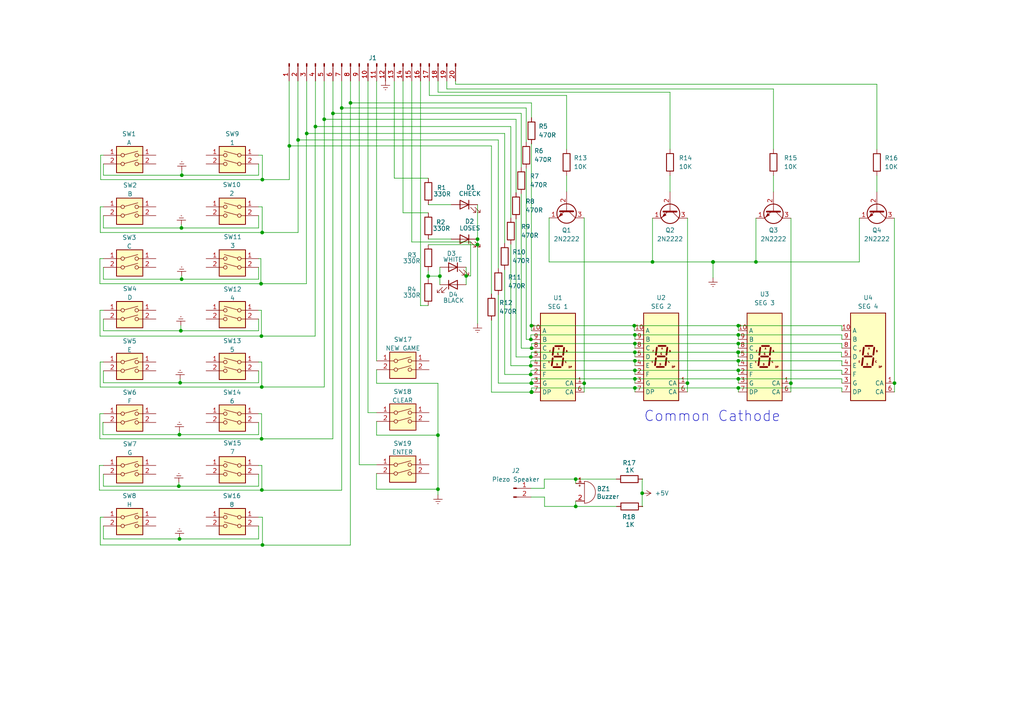
<source format=kicad_sch>
(kicad_sch (version 20230121) (generator eeschema)
  (paper "A4")
  (title_block (title "CHESSmate Membrane") (date "January 15, 2024"))
  (lib_symbols
    (symbol "Connector:Conn_01x02_Pin" (pin_names (offset 1.016) hide)
      (property "Reference" "J" (at 0 2.54 0))
      (property "Value" "Conn_01x02_Pin" (at 0 -5.08 0))
      (symbol "Conn_01x02_Pin_1_1"
        (pin passive line (at 5.08 0 180) (length 3.81) (name "Pin_1") (number "1"))
        (pin passive line (at 5.08 -2.54 180) (length 3.81) (name "Pin_2") (number "2"))
      )
    )
    (symbol "Connector:Conn_01x20_Pin" (pin_names (offset 1.016) hide)
      (property "Reference" "J" (at 0 25.4 0))
      (property "Value" "Conn_01x20_Pin" (at 0 -27.94 0))
      (symbol "Conn_01x20_Pin_1_1"
        (pin passive line (at 5.08 22.86 180) (length 3.81) (name "Pin_1") (number "1"))
        (pin passive line (at 5.08 0 180) (length 3.81) (name "Pin_10") (number "10"))
        (pin passive line (at 5.08 -2.54 180) (length 3.81) (name "Pin_11") (number "11"))
        (pin passive line (at 5.08 -5.08 180) (length 3.81) (name "Pin_12") (number "12"))
        (pin passive line (at 5.08 -7.62 180) (length 3.81) (name "Pin_13") (number "13"))
        (pin passive line (at 5.08 -10.16 180) (length 3.81) (name "Pin_14") (number "14"))
        (pin passive line (at 5.08 -12.7 180) (length 3.81) (name "Pin_15") (number "15"))
        (pin passive line (at 5.08 -15.24 180) (length 3.81) (name "Pin_16") (number "16"))
        (pin passive line (at 5.08 -17.78 180) (length 3.81) (name "Pin_17") (number "17"))
        (pin passive line (at 5.08 -20.32 180) (length 3.81) (name "Pin_18") (number "18"))
        (pin passive line (at 5.08 -22.86 180) (length 3.81) (name "Pin_19") (number "19"))
        (pin passive line (at 5.08 20.32 180) (length 3.81) (name "Pin_2") (number "2"))
        (pin passive line (at 5.08 -25.4 180) (length 3.81) (name "Pin_20") (number "20"))
        (pin passive line (at 5.08 17.78 180) (length 3.81) (name "Pin_3") (number "3"))
        (pin passive line (at 5.08 15.24 180) (length 3.81) (name "Pin_4") (number "4"))
        (pin passive line (at 5.08 12.7 180) (length 3.81) (name "Pin_5") (number "5"))
        (pin passive line (at 5.08 10.16 180) (length 3.81) (name "Pin_6") (number "6"))
        (pin passive line (at 5.08 7.62 180) (length 3.81) (name "Pin_7") (number "7"))
        (pin passive line (at 5.08 5.08 180) (length 3.81) (name "Pin_8") (number "8"))
        (pin passive line (at 5.08 2.54 180) (length 3.81) (name "Pin_9") (number "9"))
      )
    )
    (symbol "Device:Buzzer" (pin_names (offset 0.0254) hide)
      (property "Reference" "BZ" (at 3.81 1.27 0))
      (property "Value" "Buzzer" (at 3.81 -1.27 0))
      (symbol "Buzzer_1_1"
        (pin passive line (at -2.54 2.54 0) (length 2.54) (name "-") (number "1"))
        (pin passive line (at -2.54 -2.54 0) (length 2.54) (name "+") (number "2"))
      )
    )
    (symbol "Device:LED" (pin_numbers hide) (pin_names (offset 1.016) hide)
      (property "Reference" "D" (at 0 2.54 0))
      (property "Value" "LED" (at 0 -2.54 0))
      (symbol "LED_1_1"
        (pin passive line (at -3.81 0 0) (length 2.54) (name "K") (number "1"))
        (pin passive line (at 3.81 0 180) (length 2.54) (name "A") (number "2"))
      )
    )
    (symbol "Device:R" (pin_numbers hide) (pin_names (offset 0))
      (property "Reference" "R" (at 2.032 0 90))
      (property "Value" "R" (at 0 0 90))
      (symbol "R_1_1"
        (pin passive line (at 0 3.81 270) (length 1.27) (name "~") (number "1"))
        (pin passive line (at 0 -3.81 90) (length 1.27) (name "~") (number "2"))
      )
    )
    (symbol "Display_Character:HDSP-A151"
      (property "Reference" "U" (at -3.81 13.97 0))
      (property "Value" "HDSP-A151" (at 6.35 13.97 0))
      (symbol "HDSP-A151_1_0"
        (text "A" (at 0.254 2.413 0) (effects (font (size 0.508 0.508))))
        (text "B" (at 2.54 1.651 0) (effects (font (size 0.508 0.508))))
        (text "C" (at 2.286 -1.397 0) (effects (font (size 0.508 0.508))))
        (text "D" (at -0.254 -2.159 0) (effects (font (size 0.508 0.508))))
        (text "DP" (at 3.556 -2.921 0) (effects (font (size 0.508 0.508))))
        (text "E" (at -2.54 -1.397 0) (effects (font (size 0.508 0.508))))
        (text "F" (at -2.286 1.651 0) (effects (font (size 0.508 0.508))))
        (text "G" (at 0 0.889 0) (effects (font (size 0.508 0.508))))
      )
      (symbol "HDSP-A151_1_1"
        (pin input line (at 7.62 -7.62 180) (length 2.54) (name "CA") (number "1"))
        (pin input line (at -7.62 7.62 0) (length 2.54) (name "A") (number "10"))
        (pin input line (at -7.62 -5.08 0) (length 2.54) (name "F") (number "2"))
        (pin input line (at -7.62 -7.62 0) (length 2.54) (name "G") (number "3"))
        (pin input line (at -7.62 -2.54 0) (length 2.54) (name "E") (number "4"))
        (pin input line (at -7.62 0 0) (length 2.54) (name "D") (number "5"))
        (pin input line (at 7.62 -10.16 180) (length 2.54) (name "CA") (number "6"))
        (pin input line (at -7.62 -10.16 0) (length 2.54) (name "DP") (number "7"))
        (pin input line (at -7.62 2.54 0) (length 2.54) (name "C") (number "8"))
        (pin input line (at -7.62 5.08 0) (length 2.54) (name "B") (number "9"))
      )
    )
    (symbol "SW_DIP_x02_1" (pin_names (offset 0) hide)
      (property "Reference" "SW17" (at 0.0254 8.7376 0))
      (property "Value" "NEW GAME" (at 0.0254 6.1976 0))
      (symbol "SW_DIP_x02_1_1_1"
        (pin passive line (at -7.62 2.54 0) (length 5.08) (name "~") (number "1"))
        (pin passive line (at 7.62 2.54 180) (length 5.08) (name "~") (number "1"))
        (pin passive line (at -7.62 0 0) (length 5.08) (name "~") (number "2"))
        (pin passive line (at 7.62 0 180) (length 5.08) (name "~") (number "2"))
      )
    )
    (symbol "SW_DIP_x02_10" (pin_names (offset 0) hide)
      (property "Reference" "SW4" (at 0.0508 8.7884 0))
      (property "Value" "D" (at 0.0508 6.2484 0))
      (symbol "SW_DIP_x02_10_1_1"
        (pin passive line (at -7.62 2.54 0) (length 5.08) (name "~") (number "1"))
        (pin passive line (at 7.62 2.54 180) (length 5.08) (name "~") (number "1"))
        (pin passive line (at -7.62 0 0) (length 5.08) (name "~") (number "2"))
        (pin passive line (at 7.62 0 180) (length 5.08) (name "~") (number "2"))
      )
    )
    (symbol "SW_DIP_x02_11" (pin_names (offset 0) hide)
      (property "Reference" "SW12" (at -0.0508 8.636 0))
      (property "Value" "4" (at -0.0508 6.096 0))
      (symbol "SW_DIP_x02_11_1_1"
        (pin passive line (at -7.62 2.54 0) (length 5.08) (name "~") (number "1"))
        (pin passive line (at 7.62 2.54 180) (length 5.08) (name "~") (number "1"))
        (pin passive line (at -7.62 0 0) (length 5.08) (name "~") (number "2"))
        (pin passive line (at 7.62 0 180) (length 5.08) (name "~") (number "2"))
      )
    )
    (symbol "SW_DIP_x02_12" (pin_names (offset 0) hide)
      (property "Reference" "SW5" (at -0.0254 8.6106 0))
      (property "Value" "E" (at -0.0254 6.0706 0))
      (symbol "SW_DIP_x02_12_1_1"
        (pin passive line (at -7.62 2.54 0) (length 5.08) (name "~") (number "1"))
        (pin passive line (at 7.62 2.54 180) (length 5.08) (name "~") (number "1"))
        (pin passive line (at -7.62 0 0) (length 5.08) (name "~") (number "2"))
        (pin passive line (at 7.62 0 180) (length 5.08) (name "~") (number "2"))
      )
    )
    (symbol "SW_DIP_x02_13" (pin_names (offset 0) hide)
      (property "Reference" "SW13" (at 0.0254 8.6868 0))
      (property "Value" "5" (at 0.0254 6.1468 0))
      (symbol "SW_DIP_x02_13_1_1"
        (pin passive line (at -7.62 2.54 0) (length 5.08) (name "~") (number "1"))
        (pin passive line (at 7.62 2.54 180) (length 5.08) (name "~") (number "1"))
        (pin passive line (at -7.62 0 0) (length 5.08) (name "~") (number "2"))
        (pin passive line (at 7.62 0 180) (length 5.08) (name "~") (number "2"))
      )
    )
    (symbol "SW_DIP_x02_14" (pin_names (offset 0) hide)
      (property "Reference" "SW6" (at 0 8.7122 0))
      (property "Value" "F" (at 0 6.1722 0))
      (symbol "SW_DIP_x02_14_1_1"
        (pin passive line (at -7.62 2.54 0) (length 5.08) (name "~") (number "1"))
        (pin passive line (at 7.62 2.54 180) (length 5.08) (name "~") (number "1"))
        (pin passive line (at -7.62 0 0) (length 5.08) (name "~") (number "2"))
        (pin passive line (at 7.62 0 180) (length 5.08) (name "~") (number "2"))
      )
    )
    (symbol "SW_DIP_x02_15" (pin_names (offset 0) hide)
      (property "Reference" "SW14" (at 0.0508 8.7122 0))
      (property "Value" "6" (at 0.0508 6.1722 0))
      (symbol "SW_DIP_x02_15_1_1"
        (pin passive line (at -7.62 2.54 0) (length 5.08) (name "~") (number "1"))
        (pin passive line (at 7.62 2.54 180) (length 5.08) (name "~") (number "1"))
        (pin passive line (at -7.62 0 0) (length 5.08) (name "~") (number "2"))
        (pin passive line (at 7.62 0 180) (length 5.08) (name "~") (number "2"))
      )
    )
    (symbol "SW_DIP_x02_16" (pin_names (offset 0) hide)
      (property "Reference" "SW7" (at 0.0508 8.763 0))
      (property "Value" "G" (at 0.0508 6.223 0))
      (symbol "SW_DIP_x02_16_1_1"
        (pin passive line (at -7.62 2.54 0) (length 5.08) (name "~") (number "1"))
        (pin passive line (at 7.62 2.54 180) (length 5.08) (name "~") (number "1"))
        (pin passive line (at -7.62 0 0) (length 5.08) (name "~") (number "2"))
        (pin passive line (at 7.62 0 180) (length 5.08) (name "~") (number "2"))
      )
    )
    (symbol "SW_DIP_x02_17" (pin_names (offset 0) hide)
      (property "Reference" "SW15" (at -0.0254 9.0424 0))
      (property "Value" "7" (at -0.0254 6.5024 0))
      (symbol "SW_DIP_x02_17_1_1"
        (pin passive line (at -7.62 2.54 0) (length 5.08) (name "~") (number "1"))
        (pin passive line (at 7.62 2.54 180) (length 5.08) (name "~") (number "1"))
        (pin passive line (at -7.62 0 0) (length 5.08) (name "~") (number "2"))
        (pin passive line (at 7.62 0 180) (length 5.08) (name "~") (number "2"))
      )
    )
    (symbol "SW_DIP_x02_18" (pin_names (offset 0) hide)
      (property "Reference" "SW8" (at -0.0762 8.7376 0))
      (property "Value" "H" (at -0.0762 6.1976 0))
      (symbol "SW_DIP_x02_18_1_1"
        (pin passive line (at -7.62 2.54 0) (length 5.08) (name "~") (number "1"))
        (pin passive line (at 7.62 2.54 180) (length 5.08) (name "~") (number "1"))
        (pin passive line (at -7.62 0 0) (length 5.08) (name "~") (number "2"))
        (pin passive line (at 7.62 0 180) (length 5.08) (name "~") (number "2"))
      )
    )
    (symbol "SW_DIP_x02_2" (pin_names (offset 0) hide)
      (property "Reference" "SW18" (at -0.0762 8.636 0))
      (property "Value" "CLEAR" (at -0.0762 6.096 0))
      (symbol "SW_DIP_x02_2_1_1"
        (pin passive line (at -7.62 2.54 0) (length 5.08) (name "~") (number "1"))
        (pin passive line (at 7.62 2.54 180) (length 5.08) (name "~") (number "1"))
        (pin passive line (at -7.62 0 0) (length 5.08) (name "~") (number "2"))
        (pin passive line (at 7.62 0 180) (length 5.08) (name "~") (number "2"))
      )
    )
    (symbol "SW_DIP_x02_3" (pin_names (offset 0) hide)
      (property "Reference" "SW19" (at -0.0508 8.7122 0))
      (property "Value" "ENTER" (at -0.0508 6.1722 0))
      (symbol "SW_DIP_x02_3_1_1"
        (pin passive line (at -7.62 2.54 0) (length 5.08) (name "~") (number "1"))
        (pin passive line (at 7.62 2.54 180) (length 5.08) (name "~") (number "1"))
        (pin passive line (at -7.62 0 0) (length 5.08) (name "~") (number "2"))
        (pin passive line (at 7.62 0 180) (length 5.08) (name "~") (number "2"))
      )
    )
    (symbol "SW_DIP_x02_4" (pin_names (offset 0) hide)
      (property "Reference" "SW1" (at -0.1778 8.7122 0))
      (property "Value" "A" (at -0.1778 6.1722 0))
      (symbol "SW_DIP_x02_4_1_1"
        (pin passive line (at -7.62 2.54 0) (length 5.08) (name "~") (number "1"))
        (pin passive line (at 7.62 2.54 180) (length 5.08) (name "~") (number "1"))
        (pin passive line (at -7.62 0 0) (length 5.08) (name "~") (number "2"))
        (pin passive line (at 7.62 0 180) (length 5.08) (name "~") (number "2"))
      )
    )
    (symbol "SW_DIP_x02_5" (pin_names (offset 0) hide)
      (property "Reference" "SW9" (at 0 8.7122 0))
      (property "Value" "1" (at 0 6.1722 0))
      (symbol "SW_DIP_x02_5_1_1"
        (pin passive line (at -7.62 2.54 0) (length 5.08) (name "~") (number "1"))
        (pin passive line (at 7.62 2.54 180) (length 5.08) (name "~") (number "1"))
        (pin passive line (at 7.62 0 180) (length 5.08) (name "`") (number "2"))
        (pin passive line (at -7.62 0 0) (length 5.08) (name "~") (number "2"))
      )
    )
    (symbol "SW_DIP_x02_6" (pin_names (offset 0) hide)
      (property "Reference" "SW2" (at 0.1016 8.8138 0))
      (property "Value" "B" (at 0.1016 6.2738 0))
      (symbol "SW_DIP_x02_6_1_1"
        (pin passive line (at -7.62 2.54 0) (length 5.08) (name "~") (number "1"))
        (pin passive line (at 7.62 2.54 180) (length 5.08) (name "~") (number "1"))
        (pin passive line (at -7.62 0 0) (length 5.08) (name "~") (number "2"))
        (pin passive line (at 7.62 0 180) (length 5.08) (name "~") (number "2"))
      )
    )
    (symbol "SW_DIP_x02_7" (pin_names (offset 0) hide)
      (property "Reference" "SW10" (at 0.1524 8.9662 0))
      (property "Value" "2" (at 0.1524 6.4262 0))
      (symbol "SW_DIP_x02_7_1_1"
        (pin passive line (at -7.62 2.54 0) (length 5.08) (name "~") (number "1"))
        (pin passive line (at 7.62 2.54 180) (length 5.08) (name "~") (number "1"))
        (pin passive line (at -7.62 0 0) (length 5.08) (name "~") (number "2"))
        (pin passive line (at 7.62 0 180) (length 5.08) (name "~") (number "2"))
      )
    )
    (symbol "SW_DIP_x02_8" (pin_names (offset 0) hide)
      (property "Reference" "SW3" (at -0.1016 8.6614 0))
      (property "Value" "C" (at -0.1016 6.1214 0))
      (symbol "SW_DIP_x02_8_1_1"
        (pin passive line (at -7.62 2.54 0) (length 5.08) (name "~") (number "1"))
        (pin passive line (at 7.62 2.54 180) (length 5.08) (name "~") (number "1"))
        (pin passive line (at -7.62 0 0) (length 5.08) (name "~") (number "2"))
        (pin passive line (at 7.62 0 180) (length 5.08) (name "~") (number "2"))
      )
    )
    (symbol "SW_DIP_x02_9" (pin_names (offset 0) hide)
      (property "Reference" "SW11" (at -0.1016 8.8392 0))
      (property "Value" "3" (at -0.1016 6.2992 0))
      (symbol "SW_DIP_x02_9_1_1"
        (pin passive line (at -7.62 2.54 0) (length 5.08) (name "~") (number "1"))
        (pin passive line (at 7.62 2.54 180) (length 5.08) (name "~") (number "1"))
        (pin passive line (at -7.62 0 0) (length 5.08) (name "~") (number "2"))
        (pin passive line (at 7.62 0 180) (length 5.08) (name "~") (number "2"))
      )
    )
    (symbol "Switch:SW_DIP_x02" (pin_names (offset 0) hide)
      (property "Reference" "SW16" (at 0.127 8.7376 0))
      (property "Value" "8" (at 0.127 6.1976 0))
      (symbol "SW_DIP_x02_1_1"
        (pin passive line (at -7.62 2.54 0) (length 5.08) (name "~") (number "1"))
        (pin passive line (at 7.62 2.54 180) (length 5.08) (name "~") (number "1"))
        (pin passive line (at -7.62 0 0) (length 5.08) (name "~") (number "2"))
        (pin passive line (at 7.62 0 180) (length 5.08) (name "~") (number "2"))
      )
    )
    (symbol "Transistor_BJT:PN2222A" (pin_names (offset 0) hide)
      (property "Reference" "Q" (at 5.08 1.905 0))
      (property "Value" "PN2222A" (at 5.08 0 0))
      (symbol "PN2222A_1_1"
        (pin passive line (at 2.54 -5.08 90) (length 2.54) (name "E") (number "1"))
        (pin input line (at -5.08 0 0) (length 5.08) (name "B") (number "2"))
        (pin passive line (at 2.54 5.08 270) (length 2.54) (name "C") (number "3"))
      )
    )
    (symbol "power:+5V" (power) (pin_names (offset 0))
      (property "Value" "+5V" (at 0 3.556 0))
      (symbol "+5V_1_1"
        (pin power_in line (at 0 0 90) (length 0) hide (name "+5V") (number "1"))
      )
    )
    (symbol "power:GNDREF" (power) (pin_names (offset 0))
      (property "Value" "GNDREF" (at 0 -3.81 0))
      (symbol "GNDREF_1_1"
        (pin power_in line (at 0 0 270) (length 0) hide (name "GNDREF") (number "1"))
      )
    )
  )
  (junction (at 154.1272 94.4626))
  (junction (at 101.6508 29.845))
  (junction (at 135.2042 80.0354))
  (junction (at 154.1526 111.1504))
  (junction (at 52.6288 66.1162))
  (junction (at 184.15 97.1296))
  (junction (at 214.1474 102.1588))
  (junction (at 75.9206 112.2426))
  (junction (at 127.0254 126.2126))
  (junction (at 206.8068 75.9714))
  (junction (at 154.1474 111.125))
  (junction (at 154.178 100.9904))
  (junction (at 75.946 142.113))
  (junction (at 154.1728 113.7412))
  (junction (at 169.4434 111.1758))
  (junction (at 199.39 111.125))
  (junction (at 184.15 112.522))
  (junction (at 214.1474 99.6442))
  (junction (at 52.2478 111.0234))
  (junction (at 83.9216 42.3164))
  (junction (at 138.5062 69.3674))
  (junction (at 214.1474 112.522))
  (junction (at 52.6796 80.9752))
  (junction (at 75.819 97.4852))
  (junction (at 219.2528 75.9714))
  (junction (at 154.1526 113.7412))
  (junction (at 214.0712 102.1588))
  (junction (at 184.15 102.1588))
  (junction (at 86.4616 40.5892))
  (junction (at 76.0476 67.437))
  (junction (at 259.4356 111.125))
  (junction (at 138.5062 70.9676))
  (junction (at 76.0984 52.0954))
  (junction (at 52.7304 50.8254))
  (junction (at 166.9796 146.8882))
  (junction (at 189.2554 75.9714))
  (junction (at 153.9748 98.4504))
  (junction (at 91.4908 36.703))
  (junction (at 214.1474 109.8804))
  (junction (at 184.15 109.8804))
  (junction (at 76.1238 158.0642))
  (junction (at 153.9494 106.0704))
  (junction (at 229.3874 111.1504))
  (junction (at 99.1108 31.3182))
  (junction (at 96.5708 32.893))
  (junction (at 214.1474 104.648))
  (junction (at 214.1474 94.4626))
  (junction (at 184.15 107.4166))
  (junction (at 154.1728 113.6904))
  (junction (at 214.1474 97.1296))
  (junction (at 75.7174 82.296))
  (junction (at 184.15 104.648))
  (junction (at 94.0308 34.5948))
  (junction (at 184.15 99.6442))
  (junction (at 154.1018 111.125))
  (junction (at 88.9508 38.7096))
  (junction (at 52.451 95.9358))
  (junction (at 186.2582 143.0528))
  (junction (at 206.8068 75.9968))
  (junction (at 51.8668 141.0208))
  (junction (at 127.5842 80.0862))
  (junction (at 183.9722 94.4626))
  (junction (at 52.0446 126.0602))
  (junction (at 214.1474 107.4166))
  (junction (at 153.924 108.6104))
  (junction (at 127.0254 141.8844))
  (junction (at 52.07 156.3116))
  (junction (at 154.1526 113.6904))
  (junction (at 166.9796 138.9634))
  (junction (at 124.206 80.0862))
  (junction (at 153.9748 103.5304))
  (junction (at 75.8698 127.2794))
  (wire (pts (xy 214.1474 97.1296) (xy 214.1474 98.4504)))
  (wire (pts (xy 29.9974 77.5462) (xy 29.9974 80.9752)))
  (wire (pts (xy 199.39 111.125) (xy 199.4154 111.125)))
  (wire (pts (xy 121.9708 23.495) (xy 121.9708 88.646)))
  (wire (pts (xy 75.0062 45.0088) (xy 76.0984 45.0088)))
  (wire (pts (xy 151.2062 100.9904) (xy 154.178 100.9904)))
  (wire (pts (xy 52.451 95.9358) (xy 75.0062 95.9358)))
  (wire (pts (xy 83.9216 42.3164) (xy 142.5448 42.3164)))
  (wire (pts (xy 244.1702 112.522) (xy 244.1702 113.665)))
  (wire (pts (xy 219.2528 63.2766) (xy 219.2528 75.9714)))
  (wire (pts (xy 194.3354 26.7462) (xy 194.3354 43.2766)))
  (wire (pts (xy 244.1702 94.4626) (xy 244.1702 95.885)))
  (wire (pts (xy 94.0562 34.7472) (xy 94.0562 112.2426)))
  (wire (pts (xy 116.8908 61.722) (xy 116.8908 23.495)))
  (wire (pts (xy 229.3874 113.6904) (xy 229.3874 111.1504)))
  (wire (pts (xy 154.1526 113.7412) (xy 154.1526 113.6904)))
  (wire (pts (xy 121.9962 88.6206) (xy 124.206 88.6206)))
  (wire (pts (xy 29.083 59.9948) (xy 29.9974 59.9948)))
  (wire (pts (xy 75.0062 95.9358) (xy 75.0062 92.5322)))
  (wire (pts (xy 214.1474 99.6442) (xy 214.1474 100.9904)))
  (wire (pts (xy 164.338 43.2816) (xy 164.338 27.686)))
  (wire (pts (xy 157.861 138.9634) (xy 157.861 141.6558)))
  (wire (pts (xy 124.5108 23.495) (xy 124.5108 27.686)))
  (wire (pts (xy 214.1474 113.6904) (xy 214.1474 112.522)))
  (wire (pts (xy 28.9814 75.0062) (xy 29.9974 75.0062)))
  (wire (pts (xy 154.0002 108.6104) (xy 153.924 108.6104)))
  (wire (pts (xy 114.3762 51.6128) (xy 114.3508 51.6128)))
  (wire (pts (xy 104.1908 23.495) (xy 104.1908 134.7978)))
  (wire (pts (xy 29.9974 50.8254) (xy 52.7304 50.8254)))
  (wire (pts (xy 146.3802 78.1812) (xy 146.3802 108.6104)))
  (wire (pts (xy 152.6286 98.4504) (xy 153.9748 98.4504)))
  (wire (pts (xy 152.6286 31.3182) (xy 152.6286 41.2242)))
  (wire (pts (xy 101.6508 29.8958) (xy 101.6508 29.845)))
  (wire (pts (xy 29.0576 105.029) (xy 29.083 105.029)))
  (wire (pts (xy 214.0712 102.1588) (xy 214.0712 103.5304)))
  (wire (pts (xy 124.206 80.0862) (xy 124.206 81.0006)))
  (wire (pts (xy 184.15 112.522) (xy 184.15 113.665)))
  (wire (pts (xy 132.1308 24.4348) (xy 254.3302 24.4348)))
  (wire (pts (xy 142.5448 113.7412) (xy 154.1526 113.7412)))
  (wire (pts (xy 154.1728 113.7412) (xy 154.1728 113.6904)))
  (wire (pts (xy 29.083 105.029) (xy 29.083 105.0036)))
  (wire (pts (xy 154.0256 98.4758) (xy 154.0256 98.4504)))
  (wire (pts (xy 149.6822 63.5) (xy 149.6822 103.5304)))
  (wire (pts (xy 86.4616 40.5892) (xy 144.526 40.5892)))
  (wire (pts (xy 206.8068 75.9714) (xy 206.8068 75.9968)))
  (wire (pts (xy 136.4996 70.1802) (xy 136.4996 80.0354)))
  (wire (pts (xy 101.6254 29.8958) (xy 101.6254 158.115)))
  (wire (pts (xy 52.7304 50.8254) (xy 75.0062 50.8254)))
  (wire (pts (xy 99.1108 31.3182) (xy 99.0346 31.3182)))
  (wire (pts (xy 244.1956 104.648) (xy 244.1956 104.7242)))
  (wire (pts (xy 154.2034 108.6358) (xy 153.924 108.6358)))
  (wire (pts (xy 214.1474 97.1296) (xy 244.1702 97.1296)))
  (wire (pts (xy 144.526 85.4964) (xy 144.526 111.125)))
  (wire (pts (xy 109.1946 137.3378) (xy 109.1946 141.8844)))
  (wire (pts (xy 124.2314 59.3598) (xy 130.8862 59.3598)))
  (wire (pts (xy 186.2582 138.938) (xy 186.2582 143.0528)))
  (wire (pts (xy 91.4908 36.703) (xy 148.1582 36.703)))
  (wire (pts (xy 29.9974 156.3116) (xy 52.07 156.3116)))
  (wire (pts (xy 88.8746 38.7096) (xy 88.9508 38.7096)))
  (wire (pts (xy 199.4154 111.125) (xy 199.4154 63.2714)))
  (wire (pts (xy 29.9974 152.5524) (xy 29.9974 156.3116)))
  (wire (pts (xy 29.845 126.0602) (xy 29.845 122.5296)))
  (wire (pts (xy 154.2034 98.4758) (xy 154.0256 98.4758)))
  (wire (pts (xy 186.2582 138.938) (xy 186.3344 138.938)))
  (wire (pts (xy 96.5962 32.893) (xy 96.5962 32.8676)))
  (wire (pts (xy 157.861 138.9634) (xy 166.9796 138.9634)))
  (wire (pts (xy 109.22 23.495) (xy 109.2708 23.495)))
  (wire (pts (xy 154.1474 111.125) (xy 154.1526 111.125)))
  (wire (pts (xy 127.0508 26.7462) (xy 194.3354 26.7462)))
  (wire (pts (xy 166.9796 138.9634) (xy 166.9796 140.2334)))
  (wire (pts (xy 224.3324 50.8966) (xy 224.3328 55.6566)))
  (wire (pts (xy 229.4128 111.1504) (xy 229.3874 111.1504)))
  (wire (pts (xy 106.7308 23.495) (xy 106.7308 119.6848)))
  (wire (pts (xy 29.083 67.437) (xy 76.0476 67.437)))
  (wire (pts (xy 224.3328 25.8064) (xy 224.3324 43.2766)))
  (wire (pts (xy 124.206 78.5876) (xy 124.206 80.0862)))
  (wire (pts (xy 29.083 59.9948) (xy 29.083 67.437)))
  (wire (pts (xy 29.0068 97.4852) (xy 75.819 97.4852)))
  (wire (pts (xy 154.1526 111.125) (xy 154.1526 111.1504)))
  (wire (pts (xy 244.1702 99.6188) (xy 244.1702 100.965)))
  (wire (pts (xy 178.7398 138.9634) (xy 166.9796 138.9634)))
  (wire (pts (xy 109.22 111.1758) (xy 127.0254 111.1758)))
  (wire (pts (xy 119.4054 70.1802) (xy 136.4996 70.1802)))
  (wire (pts (xy 88.8746 38.7096) (xy 88.8746 82.296)))
  (wire (pts (xy 29.083 150.0124) (xy 29.083 158.0642)))
  (wire (pts (xy 244.0686 103.505) (xy 244.0686 102.1588)))
  (wire (pts (xy 169.4434 63.1952) (xy 169.4434 111.1758)))
  (wire (pts (xy 127.0508 23.495) (xy 127.0508 26.7462)))
  (wire (pts (xy 99.1108 23.495) (xy 99.1108 31.3182)))
  (wire (pts (xy 154.1018 103.5304) (xy 153.9748 103.5304)))
  (wire (pts (xy 214.1474 94.4626) (xy 244.1702 94.4626)))
  (wire (pts (xy 138.5062 69.3674) (xy 138.5062 70.9676)))
  (wire (pts (xy 29.1846 45.0088) (xy 29.9974 45.0088)))
  (wire (pts (xy 151.1808 100.965) (xy 151.2062 100.965)))
  (wire (pts (xy 127.0254 126.2126) (xy 127.0254 141.8844)))
  (wire (pts (xy 186.4106 146.9136) (xy 186.4106 146.8882)))
  (wire (pts (xy 76.0476 59.9948) (xy 76.0476 67.437)))
  (wire (pts (xy 142.5448 42.3164) (xy 142.5448 85.2678)))
  (wire (pts (xy 164.338 27.686) (xy 124.5108 27.686)))
  (wire (pts (xy 124.206 70.9676) (xy 138.5062 70.9676)))
  (wire (pts (xy 94.0308 23.495) (xy 94.0308 34.5948)))
  (wire (pts (xy 154.2034 95.9358) (xy 154.1272 95.9358)))
  (wire (pts (xy 154.0002 107.4166) (xy 154.0002 108.6104)))
  (wire (pts (xy 244.1702 109.8804) (xy 244.1702 111.125)))
  (wire (pts (xy 244.1702 103.505) (xy 244.0686 103.505)))
  (wire (pts (xy 244.1702 97.1296) (xy 244.1702 98.425)))
  (wire (pts (xy 214.1474 104.648) (xy 214.1474 106.0704)))
  (wire (pts (xy 199.39 111.125) (xy 199.39 113.665)))
  (wire (pts (xy 121.9962 88.646) (xy 121.9962 88.6206)))
  (wire (pts (xy 52.2478 111.0234) (xy 75.0062 111.0234)))
  (wire (pts (xy 94.0562 34.7472) (xy 94.0308 34.7472)))
  (wire (pts (xy 96.5454 32.893) (xy 96.5708 32.893)))
  (wire (pts (xy 214.1474 109.8804) (xy 244.1702 109.8804)))
  (wire (pts (xy 29.0576 112.268) (xy 75.9206 112.268)))
  (wire (pts (xy 96.5708 32.893) (xy 96.5962 32.893)))
  (wire (pts (xy 28.9814 82.296) (xy 75.7174 82.296)))
  (wire (pts (xy 106.7308 119.6848) (xy 109.22 119.6848)))
  (wire (pts (xy 29.9974 107.5436) (xy 29.9974 111.0234)))
  (wire (pts (xy 130.8862 69.342) (xy 130.8862 69.3674)))
  (wire (pts (xy 75.946 135.001) (xy 75.946 142.113)))
  (wire (pts (xy 114.3508 51.6128) (xy 114.3508 23.495)))
  (wire (pts (xy 152.6286 48.8442) (xy 152.6286 98.4504)))
  (wire (pts (xy 99.1108 31.3182) (xy 152.6286 31.3182)))
  (wire (pts (xy 146.3802 108.6104) (xy 153.924 108.6104)))
  (wire (pts (xy 154.1526 113.6904) (xy 154.1728 113.6904)))
  (wire (pts (xy 214.1474 99.6442) (xy 244.1448 99.6442)))
  (wire (pts (xy 88.9508 23.495) (xy 88.9508 38.7096)))
  (wire (pts (xy 129.5908 25.8064) (xy 224.3328 25.8064)))
  (wire (pts (xy 101.6254 29.8958) (xy 101.6508 29.8958)))
  (wire (pts (xy 127.5842 80.0862) (xy 127.5842 82.5754)))
  (wire (pts (xy 75.9206 112.268) (xy 75.9206 112.2426)))
  (wire (pts (xy 75.7174 82.3214) (xy 75.7174 82.296)))
  (wire (pts (xy 154.178 111.1504) (xy 154.178 109.8804)))
  (wire (pts (xy 178.816 146.8882) (xy 166.9796 146.8882)))
  (wire (pts (xy 214.0712 103.5304) (xy 214.1474 103.5304)))
  (wire (pts (xy 52.6288 66.0908) (xy 52.6034 66.0908)))
  (wire (pts (xy 214.1474 107.4166) (xy 214.1474 108.6104)))
  (wire (pts (xy 109.22 23.495) (xy 109.22 104.6734)))
  (wire (pts (xy 184.15 112.522) (xy 214.1474 112.522)))
  (wire (pts (xy 124.2314 59.3598) (xy 124.2314 59.309)))
  (wire (pts (xy 52.6796 80.9752) (xy 75.0062 80.9752)))
  (wire (pts (xy 29.9974 92.5322) (xy 29.9974 95.9358)))
  (wire (pts (xy 91.4146 36.703) (xy 91.4908 36.703)))
  (wire (pts (xy 186.3344 138.9634) (xy 186.3598 138.9634)))
  (wire (pts (xy 76.1238 150.0124) (xy 76.1238 158.0642)))
  (wire (pts (xy 151.1808 56.1848) (xy 151.1808 100.965)))
  (wire (pts (xy 259.4102 111.0944) (xy 259.4356 111.0944)))
  (wire (pts (xy 184.15 104.648) (xy 214.1474 104.648)))
  (wire (pts (xy 183.9722 94.4626) (xy 183.9722 95.885)))
  (wire (pts (xy 94.0308 34.5948) (xy 149.6822 34.5948)))
  (wire (pts (xy 214.1474 107.3912) (xy 244.1702 107.3912)))
  (wire (pts (xy 219.2528 75.9714) (xy 249.2502 75.9714)))
  (wire (pts (xy 109.1946 141.8844) (xy 127.0254 141.8844)))
  (wire (pts (xy 75.946 142.1892) (xy 99.1108 142.1892)))
  (wire (pts (xy 249.2502 63.2714) (xy 249.2502 75.9714)))
  (wire (pts (xy 109.22 126.2126) (xy 127.0254 126.2126)))
  (wire (pts (xy 144.526 40.5892) (xy 144.526 77.8764)))
  (wire (pts (xy 28.829 135.001) (xy 28.829 142.1638)))
  (wire (pts (xy 154.2034 111.1758) (xy 154.1018 111.1758)))
  (wire (pts (xy 244.1702 104.7242) (xy 244.1702 106.045)))
  (wire (pts (xy 244.1702 107.3912) (xy 244.1702 108.585)))
  (wire (pts (xy 154.1526 113.6904) (xy 154.1526 112.522)))
  (wire (pts (xy 101.6508 23.495) (xy 101.6508 29.845)))
  (wire (pts (xy 119.4054 69.85) (xy 119.4308 69.85)))
  (wire (pts (xy 153.9748 98.4504) (xy 154.0256 98.4504)))
  (wire (pts (xy 104.1908 134.7978) (xy 109.1946 134.7978)))
  (wire (pts (xy 135.2042 77.4954) (xy 135.2042 80.0354)))
  (wire (pts (xy 76.1238 158.115) (xy 101.6254 158.115)))
  (wire (pts (xy 76.0984 142.113) (xy 75.946 142.113)))
  (wire (pts (xy 51.8668 139.9032) (xy 51.8668 141.0208)))
  (wire (pts (xy 214.1474 102.1588) (xy 214.1474 103.5304)))
  (wire (pts (xy 75.819 89.9922) (xy 75.819 97.4852)))
  (wire (pts (xy 184.15 97.1296) (xy 214.1474 97.1296)))
  (wire (pts (xy 259.4102 111.125) (xy 259.4356 111.125)))
  (wire (pts (xy 52.0446 126.0602) (xy 75.0062 126.0602)))
  (wire (pts (xy 28.829 135.001) (xy 29.9974 135.001)))
  (wire (pts (xy 206.8068 75.9968) (xy 206.8068 80.5688)))
  (wire (pts (xy 75.0062 122.5296) (xy 75.0062 126.0602)))
  (wire (pts (xy 146.3802 38.7096) (xy 146.3802 70.5612)))
  (wire (pts (xy 184.15 99.6442) (xy 184.15 100.965)))
  (wire (pts (xy 153.9748 97.1296) (xy 153.9748 98.4504)))
  (wire (pts (xy 75.0062 50.8254) (xy 75.0062 47.5488)))
  (wire (pts (xy 149.6822 103.5304) (xy 153.9748 103.5304)))
  (wire (pts (xy 29.0068 89.9922) (xy 29.0068 97.4852)))
  (wire (pts (xy 184.15 109.855) (xy 184.15 109.8804)))
  (wire (pts (xy 76.1238 158.115) (xy 76.1238 158.0642)))
  (wire (pts (xy 183.9722 95.885) (xy 184.15 95.885)))
  (wire (pts (xy 75.0062 150.0124) (xy 76.1238 150.0124)))
  (wire (pts (xy 52.6288 66.1162) (xy 75.0062 66.1162)))
  (wire (pts (xy 214.1474 109.8804) (xy 214.1474 111.1504)))
  (wire (pts (xy 169.4434 111.1758) (xy 169.4434 113.7158)))
  (wire (pts (xy 154.1272 94.4626) (xy 154.1272 95.9358)))
  (wire (pts (xy 101.6508 29.845) (xy 154.1526 29.845)))
  (wire (pts (xy 194.3354 50.8966) (xy 194.3354 55.6514)))
  (wire (pts (xy 153.9748 97.1296) (xy 184.15 97.1296)))
  (wire (pts (xy 127.0254 111.1758) (xy 127.0254 126.2126)))
  (wire (pts (xy 29.9974 137.541) (xy 29.9974 141.0208)))
  (wire (pts (xy 75.6666 75.0062) (xy 75.6666 82.3214)))
  (wire (pts (xy 244.1956 104.7242) (xy 244.1702 104.7242)))
  (wire (pts (xy 29.9974 141.0208) (xy 51.8668 141.0208)))
  (wire (pts (xy 75.6666 82.3214) (xy 75.7174 82.3214)))
  (wire (pts (xy 254.3302 24.4348) (xy 254.3302 43.307)))
  (wire (pts (xy 88.9508 38.7096) (xy 146.3802 38.7096)))
  (wire (pts (xy 154.178 109.8804) (xy 184.15 109.8804)))
  (wire (pts (xy 52.6796 79.9846) (xy 52.6796 80.9752)))
  (wire (pts (xy 154.0256 144.1704) (xy 157.9372 144.1704)))
  (wire (pts (xy 83.8708 23.495) (xy 83.8708 42.3164)))
  (wire (pts (xy 52.7304 49.4538) (xy 52.7304 50.8254)))
  (wire (pts (xy 91.4146 36.703) (xy 91.4146 97.4852)))
  (wire (pts (xy 214.1474 94.4626) (xy 214.1474 95.9104)))
  (wire (pts (xy 75.0062 66.1162) (xy 75.0062 62.5348)))
  (wire (pts (xy 29.0068 89.9922) (xy 29.9974 89.9922)))
  (wire (pts (xy 184.15 103.505) (xy 184.15 102.1588)))
  (wire (pts (xy 52.451 94.4118) (xy 52.451 95.9358)))
  (wire (pts (xy 151.1808 32.8676) (xy 151.1808 48.5648)))
  (wire (pts (xy 157.9372 146.8882) (xy 157.9372 144.1704)))
  (wire (pts (xy 83.9216 42.3164) (xy 83.8708 42.3164)))
  (wire (pts (xy 124.206 80.0862) (xy 127.5842 80.0862)))
  (wire (pts (xy 153.924 108.6358) (xy 153.924 108.6104)))
  (wire (pts (xy 154.1526 111.1504) (xy 154.178 111.1504)))
  (wire (pts (xy 136.4996 80.0354) (xy 135.2042 80.0354)))
  (wire (pts (xy 184.15 107.4166) (xy 214.1474 107.4166)))
  (wire (pts (xy 109.22 107.2134) (xy 109.22 111.1758)))
  (wire (pts (xy 29.083 105.0036) (xy 29.9974 105.0036)))
  (wire (pts (xy 154.1526 112.522) (xy 184.15 112.522)))
  (wire (pts (xy 99.0346 31.4452) (xy 99.0346 31.3182)))
  (wire (pts (xy 86.4616 40.5892) (xy 86.4616 67.437)))
  (wire (pts (xy 154.1018 111.125) (xy 154.1474 111.125)))
  (wire (pts (xy 138.5062 70.9676) (xy 138.5062 93.8784)))
  (wire (pts (xy 214.1474 107.3912) (xy 214.1474 107.4166)))
  (wire (pts (xy 154.1018 102.1588) (xy 154.1018 103.5304)))
  (wire (pts (xy 214.1474 104.648) (xy 244.1956 104.648)))
  (wire (pts (xy 29.0576 105.029) (xy 29.0576 112.268)))
  (wire (pts (xy 166.9796 145.3134) (xy 166.9796 146.8882)))
  (wire (pts (xy 75.9206 105.0036) (xy 75.9206 112.2426)))
  (wire (pts (xy 154.2034 106.0958) (xy 153.9494 106.0958)))
  (wire (pts (xy 184.15 99.6442) (xy 214.1474 99.6442)))
  (wire (pts (xy 75.9206 112.2426) (xy 94.0562 112.2426)))
  (wire (pts (xy 99.1108 31.4452) (xy 99.0346 31.4452)))
  (wire (pts (xy 154.1018 111.1758) (xy 154.1018 111.125)))
  (wire (pts (xy 154.1728 113.6904) (xy 154.2542 113.6904)))
  (wire (pts (xy 206.8068 75.9714) (xy 219.2528 75.9714)))
  (wire (pts (xy 184.15 109.8804) (xy 184.15 111.125)))
  (wire (pts (xy 184.15 102.1588) (xy 214.0712 102.1588)))
  (wire (pts (xy 154.2034 101.0158) (xy 154.2034 100.9904)))
  (wire (pts (xy 154.2034 113.7412) (xy 154.1728 113.7412)))
  (wire (pts (xy 157.8356 141.6304) (xy 154.0256 141.6304)))
  (wire (pts (xy 186.2582 143.0528) (xy 186.2582 146.9136)))
  (wire (pts (xy 52.0446 125.0188) (xy 52.0446 126.0602)))
  (wire (pts (xy 119.4308 69.85) (xy 119.4308 23.495)))
  (wire (pts (xy 244.1448 99.6442) (xy 244.1448 99.6188)))
  (wire (pts (xy 109.22 122.2248) (xy 109.22 126.2126)))
  (wire (pts (xy 52.07 155.956) (xy 52.07 156.3116)))
  (wire (pts (xy 99.1108 31.4452) (xy 99.1108 142.1892)))
  (wire (pts (xy 96.5454 32.893) (xy 96.5454 127.2794)))
  (wire (pts (xy 29.1846 52.0954) (xy 76.0984 52.0954)))
  (wire (pts (xy 148.1582 36.703) (xy 148.1582 63.2206)))
  (wire (pts (xy 51.8668 141.0208) (xy 75.0062 141.0208)))
  (wire (pts (xy 29.1846 45.0088) (xy 29.1846 52.0954)))
  (wire (pts (xy 142.5448 92.8878) (xy 142.5448 113.7412)))
  (wire (pts (xy 124.2314 51.689) (xy 114.3762 51.689)))
  (wire (pts (xy 153.9494 106.0958) (xy 153.9494 106.0704)))
  (wire (pts (xy 259.4356 113.665) (xy 259.4102 113.665)))
  (wire (pts (xy 184.15 104.648) (xy 184.15 106.045)))
  (wire (pts (xy 52.07 156.3116) (xy 75.0062 156.3116)))
  (wire (pts (xy 127.0254 141.8844) (xy 127.0254 143.5354)))
  (wire (pts (xy 76.0984 142.1638) (xy 76.0984 142.113)))
  (wire (pts (xy 114.3762 51.689) (xy 114.3762 51.6128)))
  (wire (pts (xy 189.2554 75.9714) (xy 206.8068 75.9714)))
  (wire (pts (xy 186.4106 146.8882) (xy 186.436 146.8882)))
  (wire (pts (xy 153.9748 103.5558) (xy 153.9748 103.5304)))
  (wire (pts (xy 127.5842 77.4954) (xy 127.5842 80.0862)))
  (wire (pts (xy 129.5908 23.495) (xy 129.5908 25.8064)))
  (wire (pts (xy 154.2034 113.7158) (xy 154.2034 113.7412)))
  (wire (pts (xy 75.0062 141.0208) (xy 75.0062 137.541)))
  (wire (pts (xy 76.0984 45.0088) (xy 76.0984 52.0954)))
  (wire (pts (xy 29.845 122.5296) (xy 29.9974 122.5296)))
  (wire (pts (xy 206.8068 75.9968) (xy 206.8322 75.9968)))
  (wire (pts (xy 189.2554 63.2714) (xy 189.2554 75.9714)))
  (wire (pts (xy 184.15 109.8804) (xy 214.1474 109.8804)))
  (wire (pts (xy 75.819 89.9922) (xy 75.0062 89.9922)))
  (wire (pts (xy 28.9814 75.0062) (xy 28.9814 82.296)))
  (wire (pts (xy 157.8356 141.6558) (xy 157.8356 141.6304)))
  (wire (pts (xy 29.083 150.0124) (xy 29.9974 150.0124)))
  (wire (pts (xy 184.15 97.1296) (xy 184.15 98.425)))
  (wire (pts (xy 75.6666 75.0062) (xy 75.0062 75.0062)))
  (wire (pts (xy 52.6288 66.1162) (xy 52.6288 66.0908)))
  (wire (pts (xy 186.3344 138.938) (xy 186.3344 138.9634)))
  (wire (pts (xy 169.4434 63.1952) (xy 169.418 63.1952)))
  (wire (pts (xy 159.258 75.9714) (xy 189.2554 75.9714)))
  (wire (pts (xy 116.8908 61.722) (xy 124.2314 61.722)))
  (wire (pts (xy 151.2062 100.965) (xy 151.2062 100.9904)))
  (wire (pts (xy 154.1526 111.1504) (xy 154.1474 111.1504)))
  (wire (pts (xy 29.845 126.0602) (xy 52.0446 126.0602)))
  (wire (pts (xy 157.861 141.6558) (xy 157.8356 141.6558)))
  (wire (pts (xy 259.4102 63.2714) (xy 259.4102 111.0944)))
  (wire (pts (xy 214.0712 102.1588) (xy 214.1474 102.1588)))
  (wire (pts (xy 154.2034 103.5558) (xy 153.9748 103.5558)))
  (wire (pts (xy 96.5708 23.495) (xy 96.5708 32.893)))
  (wire (pts (xy 148.1582 106.0704) (xy 153.9494 106.0704)))
  (wire (pts (xy 154.0002 107.4166) (xy 184.15 107.4166)))
  (wire (pts (xy 29.083 158.0642) (xy 76.1238 158.0642)))
  (wire (pts (xy 229.4128 111.1504) (xy 229.4128 63.2766)))
  (wire (pts (xy 166.9796 146.8882) (xy 157.9372 146.8882)))
  (wire (pts (xy 83.9216 42.3164) (xy 83.9216 52.0954)))
  (wire (pts (xy 214.1474 102.1588) (xy 244.0686 102.1588)))
  (wire (pts (xy 132.1308 23.495) (xy 132.1308 24.4348)))
  (wire (pts (xy 28.956 119.9896) (xy 28.956 127.2794)))
  (wire (pts (xy 214.1474 112.522) (xy 244.1702 112.522)))
  (wire (pts (xy 153.9494 104.648) (xy 184.15 104.648)))
  (wire (pts (xy 154.178 100.9904) (xy 154.2034 100.9904)))
  (wire (pts (xy 154.1018 102.1588) (xy 184.15 102.1588)))
  (wire (pts (xy 135.2042 80.0354) (xy 135.2042 82.5754)))
  (wire (pts (xy 184.15 108.585) (xy 184.15 107.4166)))
  (wire (pts (xy 75.8698 119.9896) (xy 75.0062 119.9896)))
  (wire (pts (xy 96.5962 32.8676) (xy 151.1808 32.8676)))
  (wire (pts (xy 138.5062 59.3598) (xy 138.5062 69.3674)))
  (wire (pts (xy 75.7174 82.296) (xy 88.8746 82.296)))
  (wire (pts (xy 186.2582 146.9136) (xy 186.4106 146.9136)))
  (wire (pts (xy 28.956 119.9896) (xy 29.9974 119.9896)))
  (wire (pts (xy 119.4054 69.85) (xy 119.4054 70.1802)))
  (wire (pts (xy 75.0062 77.5462) (xy 75.0062 80.9752)))
  (wire (pts (xy 28.956 127.2794) (xy 75.8698 127.2794)))
  (wire (pts (xy 76.0984 52.0954) (xy 83.9216 52.0954)))
  (wire (pts (xy 75.0062 59.9948) (xy 76.0476 59.9948)))
  (wire (pts (xy 75.8698 127.2794) (xy 96.5454 127.2794)))
  (wire (pts (xy 86.4616 40.5892) (xy 86.4108 40.5892)))
  (wire (pts (xy 144.526 111.125) (xy 154.1018 111.125)))
  (wire (pts (xy 29.9974 111.0234) (xy 52.2478 111.0234)))
  (wire (pts (xy 86.4108 23.495) (xy 86.4108 40.5892)))
  (wire (pts (xy 154.1526 113.7412) (xy 154.1728 113.7412)))
  (wire (pts (xy 29.9974 66.1162) (xy 52.6288 66.1162)))
  (wire (pts (xy 148.1582 70.8406) (xy 148.1582 106.0704)))
  (wire (pts (xy 121.9708 88.646) (xy 121.9962 88.646)))
  (wire (pts (xy 91.4908 23.495) (xy 91.4908 36.703)))
  (wire (pts (xy 154.1272 94.4626) (xy 183.9722 94.4626)))
  (wire (pts (xy 259.4356 111.0944) (xy 259.4356 111.125)))
  (wire (pts (xy 29.9974 95.9358) (xy 52.451 95.9358)))
  (wire (pts (xy 75.0062 156.3116) (xy 75.0062 152.5524)))
  (wire (pts (xy 259.4356 111.125) (xy 259.4356 113.665)))
  (wire (pts (xy 75.8698 119.9896) (xy 75.8698 127.2794)))
  (wire (pts (xy 52.6034 66.0908) (xy 52.6034 65.1256)))
  (wire (pts (xy 75.0062 135.001) (xy 75.946 135.001)))
  (wire (pts (xy 75.0062 105.0036) (xy 75.9206 105.0036)))
  (wire (pts (xy 29.9974 80.9752) (xy 52.6796 80.9752)))
  (wire (pts (xy 29.9974 62.5348) (xy 29.9974 66.1162)))
  (wire (pts (xy 154.178 99.6442) (xy 184.15 99.6442)))
  (wire (pts (xy 29.9974 47.5488) (xy 29.9974 50.8254)))
  (wire (pts (xy 164.338 50.9016) (xy 164.338 55.5752)))
  (wire (pts (xy 154.1474 111.125) (xy 154.1474 111.1504)))
  (wire (pts (xy 76.0476 67.437) (xy 86.4616 67.437)))
  (wire (pts (xy 154.178 99.6442) (xy 154.178 100.9904)))
  (wire (pts (xy 52.2478 109.9312) (xy 52.2478 111.0234)))
  (wire (pts (xy 183.9722 94.4626) (xy 214.1474 94.4626)))
  (wire (pts (xy 159.258 63.1952) (xy 159.258 75.9714)))
  (wire (pts (xy 149.6822 34.5948) (xy 149.6822 55.88)))
  (wire (pts (xy 75.819 97.4852) (xy 91.4146 97.4852)))
  (wire (pts (xy 75.0062 111.0234) (xy 75.0062 107.5436)))
  (wire (pts (xy 153.9494 104.648) (xy 153.9494 106.0704)))
  (wire (pts (xy 154.1526 29.845) (xy 154.1526 34.1122)))
  (wire (pts (xy 154.1272 41.7322) (xy 154.1272 94.4626)))
  (wire (pts (xy 254.3302 50.927) (xy 254.3302 55.6514)))
  (wire (pts (xy 124.2314 69.342) (xy 130.8862 69.342)))
  (wire (pts (xy 94.0308 34.7472) (xy 94.0308 34.5948)))
  (wire (pts (xy 28.829 142.1638) (xy 76.0984 142.1638)))
  (wire (pts (xy 75.946 142.1892) (xy 75.946 142.113)))
  (wire (pts (xy 244.1448 99.6188) (xy 244.1702 99.6188)))
  (wire (pts (xy 154.1272 41.7322) (xy 154.1526 41.7322)))
  (text "Common Cathode" (at 186.69 122.6058 0) (effects (font (size 3 3)) (justify left bottom)))
  (symbol (lib_id "Device:LED") (at 131.3942 82.5754 0) (unit 1)
    (property "Reference" "D4" (at 131.4442 85.4354 0))
    (property "Value" "BLACK" (at 131.5642 87.1354 0))
    (property "Footprint" "LED_THT:LED_D5.0mm" (effects hide))
  )
  (symbol (lib_id "Device:LED") (at 134.6962 69.3674 0) (mirror y) (unit 1)
    (property "Reference" "D2" (at 136.1948 64.2112 0))
    (property "Value" "LOSES" (at 136.2837 66.167 0))
    (property "Footprint" "LED_THT:LED_D5.0mm" (effects hide))
  )
  (symbol (lib_id "Device:R") (at 144.526 81.6864 0) (unit 1)
    (property "Reference" "R11" (at 147.32 80.4164 0) (effects (justify left)))
    (property "Value" "470R" (at 147.32 82.9564 0) (effects (justify left)))
    (property "Footprint" "Resistor_THT:R_Axial_DIN0207_L6.3mm_D2.5mm_P10.16mm_Horizontal" (effects hide))
  )
  (symbol (lib_id "Display_Character:HDSP-A151") (at 221.7674 103.5304 0) (unit 1)
    (property "Reference" "U3" (at 221.7674 85.3186 0))
    (property "Value" "SEG 3" (at 221.7674 87.8586 0))
    (property "Footprint" "Display_7Segment:HDSP-A151" (effects hide))
    (property "Datasheet" "https://docs.broadcom.com/docs/AV02-2553EN" (effects hide))
  )
  (symbol (lib_name "SW_DIP_x02_9") (lib_id "Switch:SW_DIP_x02") (at 67.3862 77.5462 0) (mirror y) (unit 1)
    (property "Reference" "SW11" (at 67.4878 68.707 0))
    (property "Value" "3" (at 67.4878 71.247 0))
    (property "Footprint" "Button_Switch_THT:SW_PUSH-12mm_Wuerth-430476085716" (effects hide))
  )
  (symbol (lib_id "Device:R") (at 124.2314 55.499 0) (unit 1)
    (property "Reference" "R1" (at 126.7206 54.4322 0) (effects (justify left)))
    (property "Value" "330R" (at 125.6792 56.2864 0) (effects (justify left)))
    (property "Footprint" "Resistor_THT:R_Axial_DIN0207_L6.3mm_D2.5mm_P10.16mm_Horizontal" (effects hide))
  )
  (symbol (lib_name "SW_DIP_x02_1") (lib_id "Switch:SW_DIP_x02") (at 116.84 107.2134 0) (unit 1)
    (property "Reference" "SW17" (at 116.8654 98.4758 0))
    (property "Value" "NEW GAME" (at 116.8654 101.0158 0))
    (property "Footprint" "Button_Switch_THT:SW_PUSH-12mm" (effects hide))
  )
  (symbol (lib_id "Device:R") (at 124.2314 65.532 0) (unit 1)
    (property "Reference" "R2" (at 126.492 64.4398 0) (effects (justify left)))
    (property "Value" "330R" (at 125.476 66.2686 0) (effects (justify left)))
    (property "Footprint" "Resistor_THT:R_Axial_DIN0207_L6.3mm_D2.5mm_P10.16mm_Horizontal" (effects hide))
  )
  (symbol (lib_id "Display_Character:HDSP-A151") (at 191.77 103.505 0) (unit 1)
    (property "Reference" "U2" (at 191.77 86.3346 0))
    (property "Value" "SEG 2" (at 191.77 88.8746 0))
    (property "Footprint" "Display_7Segment:HDSP-A151" (effects hide))
    (property "Datasheet" "https://docs.broadcom.com/docs/AV02-2553EN" (effects hide))
  )
  (symbol (lib_id "Device:R") (at 146.3802 74.3712 0) (unit 1)
    (property "Reference" "R10" (at 148.59 73.1012 0) (effects (justify left)))
    (property "Value" "470R" (at 148.59 75.6412 0) (effects (justify left)))
    (property "Footprint" "Resistor_THT:R_Axial_DIN0207_L6.3mm_D2.5mm_P10.16mm_Horizontal" (effects hide))
  )
  (symbol (lib_id "Display_Character:HDSP-A151") (at 251.7902 103.505 0) (unit 1)
    (property "Reference" "U4" (at 251.7902 86.3346 0))
    (property "Value" "SEG 4" (at 251.7902 88.8746 0))
    (property "Footprint" "Display_7Segment:HDSP-A151" (effects hide))
    (property "Datasheet" "https://docs.broadcom.com/docs/AV02-2553EN" (effects hide))
  )
  (symbol (lib_name "SW_DIP_x02_5") (lib_id "Switch:SW_DIP_x02") (at 67.3862 47.5488 0) (mirror y) (unit 1)
    (property "Reference" "SW9" (at 67.3862 38.8366 0))
    (property "Value" "1" (at 67.3862 41.3766 0))
    (property "Footprint" "Button_Switch_THT:SW_PUSH-12mm_Wuerth-430476085716" (effects hide))
  )
  (symbol (lib_id "Device:R") (at 182.626 146.8882 90) (unit 1)
    (property "Reference" "R18" (at 182.3974 149.9108 90))
    (property "Value" "1K" (at 182.7276 152.146 90))
    (property "Footprint" "Resistor_THT:R_Axial_DIN0207_L6.3mm_D2.5mm_P10.16mm_Horizontal" (effects hide))
  )
  (symbol (lib_id "Device:R") (at 149.6822 59.69 0) (unit 1)
    (property "Reference" "R8" (at 152.4 58.42 0) (effects (justify left)))
    (property "Value" "470R" (at 152.4 60.96 0) (effects (justify left)))
    (property "Footprint" "Resistor_THT:R_Axial_DIN0207_L6.3mm_D2.5mm_P10.16mm_Horizontal" (effects hide))
  )
  (symbol (lib_name "SW_DIP_x02_2") (lib_id "Switch:SW_DIP_x02") (at 116.84 122.2248 0) (unit 1)
    (property "Reference" "SW18" (at 116.7638 113.5888 0))
    (property "Value" "CLEAR" (at 116.7638 116.1288 0))
    (property "Footprint" "Button_Switch_THT:SW_PUSH-12mm_Wuerth-430476085716" (effects hide))
  )
  (symbol (lib_id "Device:R") (at 254.3302 47.117 0) (unit 1)
    (property "Reference" "R16" (at 256.5652 45.847 0) (effects (justify left)))
    (property "Value" "10K" (at 256.5652 48.387 0) (effects (justify left)))
    (property "Footprint" "Resistor_THT:R_Axial_DIN0207_L6.3mm_D2.5mm_P10.16mm_Horizontal" (effects hide))
  )
  (symbol (lib_name "SW_DIP_x02_15") (lib_id "Switch:SW_DIP_x02") (at 67.3862 122.5296 0) (mirror y) (unit 1)
    (property "Reference" "SW14" (at 67.3354 113.8174 0))
    (property "Value" "6" (at 67.3354 116.3574 0))
    (property "Footprint" "Button_Switch_THT:SW_PUSH-12mm_Wuerth-430476085716" (effects hide))
  )
  (symbol (lib_id "Transistor_BJT:PN2222A") (at 164.338 60.6552 270) (unit 1)
    (property "Reference" "Q1" (at 164.338 66.7766 90))
    (property "Value" "2N2222" (at 164.338 69.3166 90))
    (property "Footprint" "Package_TO_SOT_THT:TO-92_Inline" (effects hide))
    (property "Datasheet" "https://www.onsemi.com/pub/Collateral/PN2222-D.PDF" (effects hide))
  )
  (symbol (lib_name "SW_DIP_x02_4") (lib_id "Switch:SW_DIP_x02") (at 37.6174 47.5488 0) (unit 1)
    (property "Reference" "SW1" (at 37.4396 38.8366 0))
    (property "Value" "A" (at 37.4396 41.3766 0))
    (property "Footprint" "Button_Switch_THT:SW_PUSH-12mm_Wuerth-430476085716" (effects hide))
  )
  (symbol (lib_id "power:GNDREF") (at 51.8668 139.9032 180) (unit 1)
    (property "Reference" "#PWR06" (effects hide))
    (property "Value" "GNDREF" (effects hide))
  )
  (symbol (lib_id "Transistor_BJT:PN2222A") (at 254.3302 60.7314 270) (unit 1)
    (property "Reference" "Q4" (at 254.3302 66.7714 90))
    (property "Value" "2N2222" (at 254.3302 69.3114 90))
    (property "Footprint" "Package_TO_SOT_THT:TO-92_Inline" (effects hide))
    (property "Datasheet" "https://www.onsemi.com/pub/Collateral/PN2222-D.PDF" (effects hide))
  )
  (symbol (lib_name "SW_DIP_x02_12") (lib_id "Switch:SW_DIP_x02") (at 37.6174 107.5436 0) (unit 1)
    (property "Reference" "SW5" (at 37.592 98.933 0))
    (property "Value" "E" (at 37.592 101.473 0))
    (property "Footprint" "Button_Switch_THT:SW_PUSH-12mm_Wuerth-430476085716" (effects hide))
  )
  (symbol (lib_id "Device:R") (at 148.1582 67.0306 0) (unit 1)
    (property "Reference" "R9" (at 151.13 65.7606 0) (effects (justify left)))
    (property "Value" "470R" (at 151.13 68.3006 0) (effects (justify left)))
    (property "Footprint" "Resistor_THT:R_Axial_DIN0207_L6.3mm_D2.5mm_P10.16mm_Horizontal" (effects hide))
  )
  (symbol (lib_id "Device:R") (at 151.1808 52.3748 0) (unit 1)
    (property "Reference" "R7" (at 153.67 51.1048 0) (effects (justify left)))
    (property "Value" "470R" (at 153.67 53.6448 0) (effects (justify left)))
    (property "Footprint" "Resistor_THT:R_Axial_DIN0207_L6.3mm_D2.5mm_P10.16mm_Horizontal" (effects hide))
  )
  (symbol (lib_id "Device:LED") (at 134.6962 59.3598 0) (mirror y) (unit 1)
    (property "Reference" "D1" (at 136.5504 54.356 0))
    (property "Value" "CHECK" (at 136.2837 56.1594 0))
    (property "Footprint" "LED_THT:LED_D5.0mm" (effects hide))
  )
  (symbol (lib_id "power:GNDREF") (at 127.0254 143.5354 0) (unit 1)
    (property "Reference" "#PWR02" (effects hide))
    (property "Value" "GNDREF" (effects hide))
  )
  (symbol (lib_id "Device:R") (at 194.3354 47.0866 0) (unit 1)
    (property "Reference" "R14" (at 196.8754 45.8166 0) (effects (justify left)))
    (property "Value" "10K" (at 196.8754 48.3566 0) (effects (justify left)))
    (property "Footprint" "Resistor_THT:R_Axial_DIN0207_L6.3mm_D2.5mm_P10.16mm_Horizontal" (effects hide))
  )
  (symbol (lib_name "SW_DIP_x02_6") (lib_id "Switch:SW_DIP_x02") (at 37.6174 62.5348 0) (unit 1)
    (property "Reference" "SW2" (at 37.719 53.721 0))
    (property "Value" "B" (at 37.719 56.261 0))
    (property "Footprint" "Button_Switch_THT:SW_PUSH-12mm_Wuerth-430476085716" (effects hide))
  )
  (symbol (lib_id "power:GNDREF") (at 52.7304 49.4538 180) (unit 1)
    (property "Reference" "#PWR012" (effects hide))
    (property "Value" "GNDREF" (effects hide))
  )
  (symbol (lib_id "power:GNDREF") (at 206.8068 80.5688 0) (unit 1)
    (property "Reference" "#PWR05" (effects hide))
    (property "Value" "GNDREF" (effects hide))
  )
  (symbol (lib_id "Device:Buzzer") (at 169.5196 142.7734 0) (unit 1)
    (property "Reference" "BZ1" (at 173.101 141.7828 0) (effects (justify left)))
    (property "Value" "Buzzer" (at 173.0502 144.018 0) (effects (justify left)))
    (property "Footprint" "buzzer:Buzzer_12x9.5RM7.6" (effects hide))
  )
  (symbol (lib_id "Device:R") (at 124.206 74.7776 0) (unit 1)
    (property "Reference" "R3" (at 118.1354 74.0156 0) (effects (justify left)))
    (property "Value" "330R" (at 116.84 75.692 0) (effects (justify left)))
    (property "Footprint" "Resistor_THT:R_Axial_DIN0207_L6.3mm_D2.5mm_P10.16mm_Horizontal" (effects hide))
  )
  (symbol (lib_id "Device:R") (at 224.3324 47.0866 0) (unit 1)
    (property "Reference" "R15" (at 227.3554 45.8166 0) (effects (justify left)))
    (property "Value" "10K" (at 227.3554 48.3566 0) (effects (justify left)))
    (property "Footprint" "Resistor_THT:R_Axial_DIN0207_L6.3mm_D2.5mm_P10.16mm_Horizontal" (effects hide))
  )
  (symbol (lib_name "SW_DIP_x02_7") (lib_id "Switch:SW_DIP_x02") (at 67.3862 62.5348 0) (mirror y) (unit 1)
    (property "Reference" "SW10" (at 67.2338 53.5686 0))
    (property "Value" "2" (at 67.2338 56.1086 0))
    (property "Footprint" "Button_Switch_THT:SW_PUSH-12mm_Wuerth-430476085716" (effects hide))
  )
  (symbol (lib_name "SW_DIP_x02_3") (lib_id "Switch:SW_DIP_x02") (at 116.8146 137.3378 0) (unit 1)
    (property "Reference" "SW19" (at 116.7638 128.6256 0))
    (property "Value" "ENTER" (at 116.7638 131.1656 0))
    (property "Footprint" "Button_Switch_THT:SW_PUSH-12mm_Wuerth-430476085716" (effects hide))
  )
  (symbol (lib_id "power:GNDREF") (at 52.0446 125.0188 180) (unit 1)
    (property "Reference" "#PWR07" (effects hide))
    (property "Value" "GNDREF" (effects hide))
  )
  (symbol (lib_name "SW_DIP_x02_11") (lib_id "Switch:SW_DIP_x02") (at 67.3862 92.5322 0) (mirror y) (unit 1)
    (property "Reference" "SW12" (at 67.437 83.8962 0))
    (property "Value" "4" (at 67.437 86.4362 0))
    (property "Footprint" "Button_Switch_THT:SW_PUSH-12mm_Wuerth-430476085716" (effects hide))
  )
  (symbol (lib_id "power:GNDREF") (at 52.6796 79.9846 180) (unit 1)
    (property "Reference" "#PWR010" (effects hide))
    (property "Value" "GNDREF" (effects hide))
  )
  (symbol (lib_name "SW_DIP_x02_14") (lib_id "Switch:SW_DIP_x02") (at 37.6174 122.5296 0) (unit 1)
    (property "Reference" "SW6" (at 37.6174 113.8174 0))
    (property "Value" "F" (at 37.6174 116.3574 0))
    (property "Footprint" "Button_Switch_THT:SW_PUSH-12mm_Wuerth-430476085716" (effects hide))
  )
  (symbol (lib_id "Connector:Conn_01x20_Pin") (at 106.7308 18.415 90) (mirror x) (unit 1)
    (property "Reference" "J1" (at 108.1024 16.7894 90))
    (property "Value" "Conn_01x20_Pin" (effects hide))
    (property "Footprint" "Connector_PinHeader_2.54mm:PinHeader_1x20_P2.54mm_Vertical" (effects hide))
  )
  (symbol (lib_id "power:GNDREF") (at 52.07 155.956 180) (unit 1)
    (property "Reference" "#PWR01" (effects hide))
    (property "Value" "GNDREF" (effects hide))
  )
  (symbol (lib_id "Device:LED") (at 131.3942 77.4954 0) (mirror y) (unit 1)
    (property "Reference" "D3" (at 130.9342 73.5254 0))
    (property "Value" "WHITE" (at 131.3342 75.2654 0))
    (property "Footprint" "LED_THT:LED_D5.0mm" (effects hide))
  )
  (symbol (lib_name "SW_DIP_x02_10") (lib_id "Switch:SW_DIP_x02") (at 37.6174 92.5322 0) (unit 1)
    (property "Reference" "SW4" (at 37.6682 83.7438 0))
    (property "Value" "D" (at 37.6682 86.2838 0))
    (property "Footprint" "Button_Switch_THT:SW_PUSH-12mm_Wuerth-430476085716" (effects hide))
  )
  (symbol (lib_id "Display_Character:HDSP-A151") (at 161.8234 103.5558 0) (unit 1)
    (property "Reference" "U1" (at 161.8234 86.3854 0))
    (property "Value" "SEG 1" (at 161.8234 88.9254 0))
    (property "Footprint" "Display_7Segment:HDSP-A151" (effects hide))
    (property "Datasheet" "https://docs.broadcom.com/docs/AV02-2553EN" (effects hide))
  )
  (symbol (lib_id "power:GNDREF") (at 52.2478 109.9312 180) (unit 1)
    (property "Reference" "#PWR08" (effects hide))
    (property "Value" "GNDREF" (effects hide))
  )
  (symbol (lib_id "Device:R") (at 164.338 47.0916 0) (unit 1)
    (property "Reference" "R13" (at 166.3954 45.8216 0) (effects (justify left)))
    (property "Value" "10K" (at 166.3954 48.3616 0) (effects (justify left)))
    (property "Footprint" "Resistor_THT:R_Axial_DIN0207_L6.3mm_D2.5mm_P10.16mm_Horizontal" (effects hide))
  )
  (symbol (lib_name "SW_DIP_x02_18") (lib_id "Switch:SW_DIP_x02") (at 37.6174 152.5524 0) (unit 1)
    (property "Reference" "SW8" (at 37.5412 143.8148 0))
    (property "Value" "H" (at 37.5412 146.3548 0))
    (property "Footprint" "Button_Switch_THT:SW_PUSH-12mm_Wuerth-430476085716" (effects hide))
  )
  (symbol (lib_id "Device:R") (at 182.5498 138.9634 270) (unit 1)
    (property "Reference" "R17" (at 182.499 134.2644 90))
    (property "Value" "1K" (at 182.6768 136.3472 90))
    (property "Footprint" "Resistor_THT:R_Axial_DIN0207_L6.3mm_D2.5mm_P10.16mm_Horizontal" (effects hide))
  )
  (symbol (lib_name "SW_DIP_x02_16") (lib_id "Switch:SW_DIP_x02") (at 37.6174 137.541 0) (unit 1)
    (property "Reference" "SW7" (at 37.6682 128.778 0))
    (property "Value" "G" (at 37.6682 131.318 0))
    (property "Footprint" "Button_Switch_THT:SW_PUSH-12mm_Wuerth-430476085716" (effects hide))
  )
  (symbol (lib_id "Transistor_BJT:PN2222A") (at 224.3328 60.7366 270) (unit 1)
    (property "Reference" "Q3" (at 224.3328 66.7766 90))
    (property "Value" "2N2222" (at 224.3328 69.3166 90))
    (property "Footprint" "Package_TO_SOT_THT:TO-92_Inline" (effects hide))
    (property "Datasheet" "https://www.onsemi.com/pub/Collateral/PN2222-D.PDF" (effects hide))
  )
  (symbol (lib_id "Device:R") (at 142.5448 89.0778 0) (unit 1)
    (property "Reference" "R12" (at 144.78 87.8078 0) (effects (justify left)))
    (property "Value" "470R" (at 144.78 90.3478 0) (effects (justify left)))
    (property "Footprint" "Resistor_THT:R_Axial_DIN0207_L6.3mm_D2.5mm_P10.16mm_Horizontal" (effects hide))
  )
  (symbol (lib_id "power:GNDREF") (at 52.451 94.4118 180) (unit 1)
    (property "Reference" "#PWR09" (effects hide))
    (property "Value" "GNDREF" (effects hide))
  )
  (symbol (lib_id "Device:R") (at 124.206 84.8106 0) (unit 1)
    (property "Reference" "R4" (at 118.0592 83.947 0) (effects (justify left)))
    (property "Value" "330R" (at 116.8908 85.6488 0) (effects (justify left)))
    (property "Footprint" "Resistor_THT:R_Axial_DIN0207_L6.3mm_D2.5mm_P10.16mm_Horizontal" (effects hide))
  )
  (symbol (lib_id "power:GNDREF") (at 52.6034 65.1256 180) (unit 1)
    (property "Reference" "#PWR011" (effects hide))
    (property "Value" "GNDREF" (effects hide))
  )
  (symbol (lib_id "Switch:SW_DIP_x02") (at 67.3862 152.5524 0) (mirror y) (unit 1)
    (property "Reference" "SW16" (at 67.2592 143.8148 0))
    (property "Value" "8" (at 67.2592 146.3548 0))
    (property "Footprint" "Button_Switch_THT:SW_PUSH-12mm_Wuerth-430476085716" (effects hide))
  )
  (symbol (lib_name "SW_DIP_x02_8") (lib_id "Switch:SW_DIP_x02") (at 37.6174 77.5462 0) (unit 1)
    (property "Reference" "SW3" (at 37.5158 68.8848 0))
    (property "Value" "C" (at 37.5158 71.4248 0))
    (property "Footprint" "Button_Switch_THT:SW_PUSH-12mm_Wuerth-430476085716" (effects hide))
  )
  (symbol (lib_id "power:GNDREF") (at 138.5062 93.8784 0) (unit 1)
    (property "Reference" "#PWR04" (effects hide))
    (property "Value" "GNDREF" (effects hide))
  )
  (symbol (lib_id "power:+5V") (at 186.2582 143.0528 270) (unit 1)
    (property "Reference" "#PWR013" (effects hide))
    (property "Value" "+5V" (at 189.9158 143.0528 90) (effects (justify left)))
  )
  (symbol (lib_id "Connector:Conn_01x02_Pin") (at 148.9456 141.6304 0) (unit 1)
    (property "Reference" "J2" (at 149.5806 136.4996 0))
    (property "Value" "Piezo Speaker" (at 149.5806 139.0396 0))
  )
  (symbol (lib_name "SW_DIP_x02_13") (lib_id "Switch:SW_DIP_x02") (at 67.3862 107.5436 0) (mirror y) (unit 1)
    (property "Reference" "SW13" (at 67.3608 98.8568 0))
    (property "Value" "5" (at 67.3608 101.3968 0))
    (property "Footprint" "Button_Switch_THT:SW_PUSH-12mm_Wuerth-430476085716" (effects hide))
  )
  (symbol (lib_id "power:GNDREF") (at 111.8108 23.495 0) (unit 1)
    (property "Reference" "#PWR03" (effects hide))
    (property "Value" "GNDREF" (effects hide))
  )
  (symbol (lib_id "Device:R") (at 154.1526 37.9222 0) (unit 1)
    (property "Reference" "R5" (at 156.21 36.6522 0) (effects (justify left)))
    (property "Value" "470R" (at 156.21 39.1922 0) (effects (justify left)))
    (property "Footprint" "Resistor_THT:R_Axial_DIN0207_L6.3mm_D2.5mm_P10.16mm_Horizontal" (effects hide))
  )
  (symbol (lib_id "Device:R") (at 152.6286 45.0342 0) (unit 1)
    (property "Reference" "R6" (at 154.94 43.7642 0) (effects (justify left)))
    (property "Value" "470R" (at 154.94 46.3042 0) (effects (justify left)))
    (property "Footprint" "Resistor_THT:R_Axial_DIN0207_L6.3mm_D2.5mm_P10.16mm_Horizontal" (effects hide))
  )
  (symbol (lib_id "Transistor_BJT:PN2222A") (at 194.3354 60.7314 270) (unit 1)
    (property "Reference" "Q2" (at 194.3354 66.7714 90))
    (property "Value" "2N2222" (at 194.3354 69.3114 90))
    (property "Footprint" "Package_TO_SOT_THT:TO-92_Inline" (effects hide))
    (property "Datasheet" "https://www.onsemi.com/pub/Collateral/PN2222-D.PDF" (effects hide))
  )
  (symbol (lib_name "SW_DIP_x02_17") (lib_id "Switch:SW_DIP_x02") (at 67.3862 137.541 0) (mirror y) (unit 1)
    (property "Reference" "SW15" (at 67.4116 128.4986 0))
    (property "Value" "7" (at 67.4116 131.0386 0))
    (property "Footprint" "Button_Switch_THT:SW_PUSH-12mm_Wuerth-430476085716" (effects hide))
  )
)
</source>
